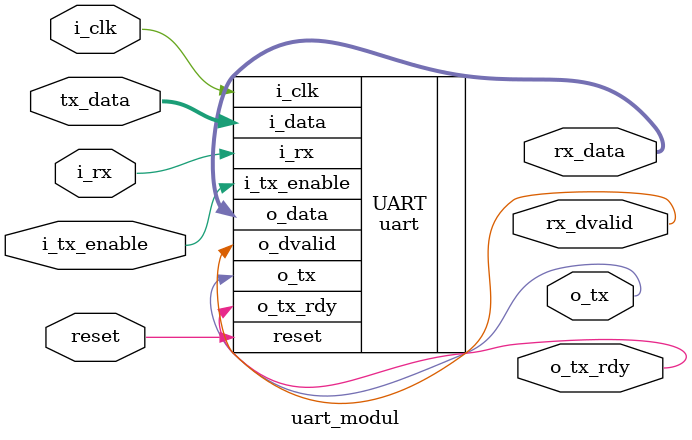
<source format=sv>
`timescale 1ns / 1ps


module uart_modul
    #(parameter clk_speed = 100_000000,
                baudrate = 921600,
                D_BITS = 8,
                SP_BITS = 1)(
    input logic i_clk,
    input logic reset,
    input logic i_rx,
    input logic [D_BITS - 1:0] tx_data,
    input logic i_tx_enable,
    output logic o_tx,
    output logic [D_BITS - 1:0] rx_data,
    output logic rx_dvalid,
    output logic o_tx_rdy
    );

    uart #(
        .clk_speed(clk_speed), .baudrate(baudrate), .D_BITS(D_BITS), .SP_BITS(SP_BITS)       
    )UART(
        .i_clk(i_clk),
        .reset(reset),
        .i_rx(i_rx),
        .i_data(tx_data),
        .i_tx_enable(i_tx_enable),
        .o_tx(o_tx),
        .o_data(rx_data),
        .o_dvalid(rx_dvalid),
        .o_tx_rdy(o_tx_rdy)
        //.o_tx_done(tx_done)
    );

endmodule

</source>
